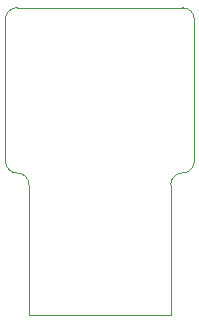
<source format=gbr>
%TF.GenerationSoftware,KiCad,Pcbnew,(6.0.2)*%
%TF.CreationDate,2022-12-01T20:05:35+01:00*%
%TF.ProjectId,nightUSB,6e696768-7455-4534-922e-6b696361645f,rev?*%
%TF.SameCoordinates,Original*%
%TF.FileFunction,Profile,NP*%
%FSLAX46Y46*%
G04 Gerber Fmt 4.6, Leading zero omitted, Abs format (unit mm)*
G04 Created by KiCad (PCBNEW (6.0.2)) date 2022-12-01 20:05:35*
%MOMM*%
%LPD*%
G01*
G04 APERTURE LIST*
%TA.AperFunction,Profile*%
%ADD10C,0.100000*%
%TD*%
G04 APERTURE END LIST*
D10*
X84000000Y-77000000D02*
G75*
G03*
X85000000Y-78000000I999999J-1D01*
G01*
X86000000Y-90000000D02*
X86000000Y-79000000D01*
X100000000Y-65000000D02*
X100000000Y-77000000D01*
X98000000Y-79000000D02*
X98000000Y-90000000D01*
X99000000Y-78000000D02*
G75*
G03*
X98000000Y-79000000I-1J-999999D01*
G01*
X99000000Y-78000000D02*
G75*
G03*
X100000000Y-77000000I1J999999D01*
G01*
X86000000Y-79000000D02*
G75*
G03*
X85000000Y-78000000I-999999J1D01*
G01*
X84000000Y-77000000D02*
X84000000Y-65000000D01*
X100000000Y-65000000D02*
G75*
G03*
X99000000Y-64000000I-999999J1D01*
G01*
X85000000Y-64000000D02*
G75*
G03*
X84000000Y-65000000I-1J-999999D01*
G01*
X85000000Y-64000000D02*
X99000000Y-64000000D01*
X98000000Y-90000000D02*
X86000000Y-90000000D01*
M02*

</source>
